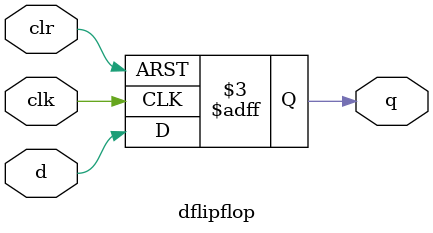
<source format=v>
module dflipflop(d, clr, clk, q);
input d;
output reg q;
input clr, clk;

always @(negedge clk, posedge clr)
begin
	if (clr == 1)
	begin
		q <= 0;
	end
	else 
	begin
		q <= d;
	end
end

endmodule


</source>
